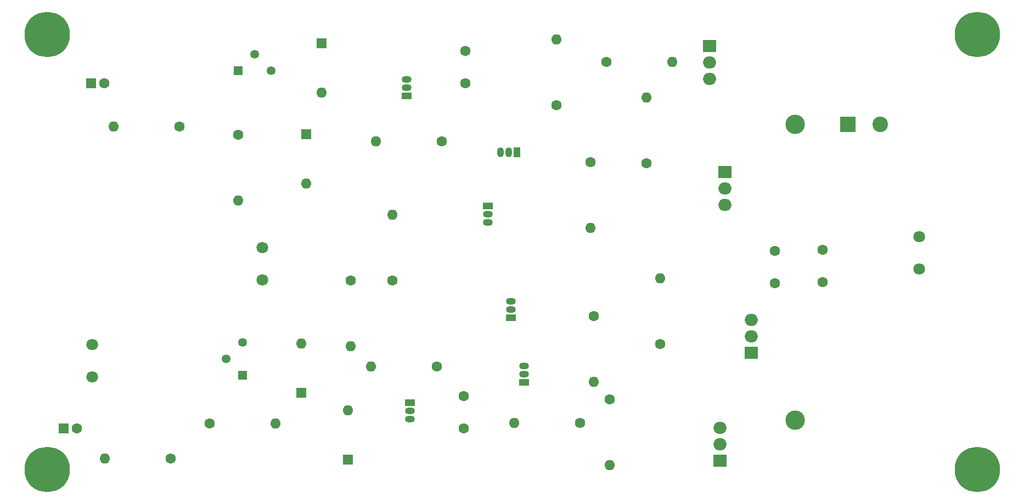
<source format=gbr>
%TF.GenerationSoftware,KiCad,Pcbnew,8.0.1*%
%TF.CreationDate,2024-09-17T13:26:04-07:00*%
%TF.ProjectId,Dorr_Amp_REV-,446f7272-5f41-46d7-905f-5245562d2e6b,-*%
%TF.SameCoordinates,Original*%
%TF.FileFunction,Soldermask,Bot*%
%TF.FilePolarity,Negative*%
%FSLAX46Y46*%
G04 Gerber Fmt 4.6, Leading zero omitted, Abs format (unit mm)*
G04 Created by KiCad (PCBNEW 8.0.1) date 2024-09-17 13:26:04*
%MOMM*%
%LPD*%
G01*
G04 APERTURE LIST*
%ADD10R,1.050000X1.500000*%
%ADD11O,1.050000X1.500000*%
%ADD12C,1.600000*%
%ADD13O,1.600000X1.600000*%
%ADD14C,3.000000*%
%ADD15C,7.000000*%
%ADD16C,1.803400*%
%ADD17R,1.600000X1.600000*%
%ADD18R,2.000000X1.905000*%
%ADD19O,2.000000X1.905000*%
%ADD20R,1.346200X1.346200*%
%ADD21C,1.346200*%
%ADD22R,1.500000X1.050000*%
%ADD23O,1.500000X1.050000*%
%ADD24R,2.400000X2.400000*%
%ADD25C,2.400000*%
G04 APERTURE END LIST*
D10*
%TO.C,Q8*%
X115570000Y-85344000D03*
D11*
X114300000Y-85344000D03*
X113030000Y-85344000D03*
%TD*%
D12*
%TO.C,R8*%
X68120000Y-127265000D03*
D13*
X78280000Y-127265000D03*
%TD*%
D12*
%TO.C,R14*%
X103980000Y-83665000D03*
D13*
X93820000Y-83665000D03*
%TD*%
D14*
%TO.C,TP1*%
X158465800Y-126764800D03*
%TD*%
D12*
%TO.C,R12*%
X72542400Y-82651600D03*
D13*
X72542400Y-92811600D03*
%TD*%
D12*
%TO.C,C1*%
X155346400Y-100598001D03*
X155346400Y-105598001D03*
%TD*%
D15*
%TO.C,H1*%
X43053000Y-67183000D03*
%TD*%
%TO.C,H3*%
X43053000Y-134366000D03*
%TD*%
D12*
%TO.C,R15*%
X126900000Y-86865000D03*
D13*
X126900000Y-97025000D03*
%TD*%
D16*
%TO.C,J3*%
X76250800Y-105079800D03*
X76250800Y-100079800D03*
%TD*%
D15*
%TO.C,H4*%
X186563000Y-134366000D03*
%TD*%
%TO.C,H2*%
X186563000Y-67183000D03*
%TD*%
D12*
%TO.C,R3*%
X127400000Y-110685000D03*
D13*
X127400000Y-120845000D03*
%TD*%
D17*
%TO.C,C3*%
X45625000Y-128016000D03*
D12*
X47625000Y-128016000D03*
%TD*%
D18*
%TO.C,Q9*%
X151700000Y-116345000D03*
D19*
X151700000Y-113805000D03*
X151700000Y-111265000D03*
%TD*%
D20*
%TO.C,R11*%
X72560000Y-72782400D03*
D21*
X75100000Y-70242400D03*
X77640000Y-72782400D03*
%TD*%
D12*
%TO.C,R2*%
X137668000Y-115036600D03*
D13*
X137668000Y-104876600D03*
%TD*%
D17*
%TO.C,C5*%
X49880800Y-74694800D03*
D12*
X51880800Y-74694800D03*
%TD*%
D22*
%TO.C,Q6*%
X98500000Y-76665000D03*
D23*
X98500000Y-75395000D03*
X98500000Y-74125000D03*
%TD*%
D17*
%TO.C,D3*%
X83000000Y-82555000D03*
D13*
X83000000Y-90175000D03*
%TD*%
D12*
%TO.C,C6*%
X107600000Y-69665000D03*
X107600000Y-74665000D03*
%TD*%
%TO.C,R10*%
X63480000Y-81365000D03*
D13*
X53320000Y-81365000D03*
%TD*%
D18*
%TO.C,Q5*%
X146862800Y-133045200D03*
D19*
X146862800Y-130505200D03*
X146862800Y-127965200D03*
%TD*%
D12*
%TO.C,C4*%
X107300000Y-123065000D03*
X107300000Y-128065000D03*
%TD*%
%TO.C,R6*%
X62080000Y-132665000D03*
D13*
X51920000Y-132665000D03*
%TD*%
D18*
%TO.C,Q10*%
X145237200Y-68935600D03*
D19*
X145237200Y-71475600D03*
X145237200Y-74015600D03*
%TD*%
D12*
%TO.C,C7*%
X162745600Y-100418201D03*
X162745600Y-105418201D03*
%TD*%
%TO.C,R16*%
X129320000Y-71365000D03*
D13*
X139480000Y-71365000D03*
%TD*%
D17*
%TO.C,D1*%
X82300000Y-122575000D03*
D13*
X82300000Y-114955000D03*
%TD*%
D12*
%TO.C,R9*%
X125280000Y-127165000D03*
D13*
X115120000Y-127165000D03*
%TD*%
D16*
%TO.C,J1*%
X177647599Y-98401500D03*
X177647599Y-103401500D03*
%TD*%
D12*
%TO.C,R18*%
X121600000Y-78045000D03*
D13*
X121600000Y-67885000D03*
%TD*%
D20*
%TO.C,R7*%
X73217400Y-119805000D03*
D21*
X70677400Y-117265000D03*
X73217400Y-114725000D03*
%TD*%
D22*
%TO.C,Q1*%
X114609200Y-110896400D03*
D23*
X114609200Y-109626400D03*
X114609200Y-108356400D03*
%TD*%
D12*
%TO.C,R17*%
X135509000Y-87020400D03*
D13*
X135509000Y-76860400D03*
%TD*%
D14*
%TO.C,TP2*%
X158465800Y-81044800D03*
%TD*%
D12*
%TO.C,R1*%
X89885800Y-105174800D03*
D13*
X89885800Y-115334800D03*
%TD*%
D22*
%TO.C,Q7*%
X111019000Y-93700600D03*
D23*
X111019000Y-94970600D03*
X111019000Y-96240600D03*
%TD*%
D16*
%TO.C,J2*%
X50007800Y-120096400D03*
X50007800Y-115096400D03*
%TD*%
D17*
%TO.C,D4*%
X85400000Y-68555000D03*
D13*
X85400000Y-76175000D03*
%TD*%
D22*
%TO.C,Q3*%
X99000000Y-124065000D03*
D23*
X99000000Y-125335000D03*
X99000000Y-126605000D03*
%TD*%
D24*
%TO.C,C8*%
X166626041Y-81065000D03*
D25*
X171626041Y-81065000D03*
%TD*%
D23*
%TO.C,Q4*%
X116660000Y-118395000D03*
X116660000Y-119665000D03*
D22*
X116660000Y-120935000D03*
%TD*%
D12*
%TO.C,R13*%
X96291400Y-105156000D03*
D13*
X96291400Y-94996000D03*
%TD*%
D12*
%TO.C,R5*%
X129890800Y-123589800D03*
D13*
X129890800Y-133749800D03*
%TD*%
D12*
%TO.C,R4*%
X103220800Y-118509800D03*
D13*
X93060800Y-118509800D03*
%TD*%
D17*
%TO.C,D2*%
X89500000Y-132875000D03*
D13*
X89500000Y-125255000D03*
%TD*%
D18*
%TO.C,Q2*%
X147655000Y-88425000D03*
D19*
X147655000Y-90965000D03*
X147655000Y-93505000D03*
%TD*%
M02*

</source>
